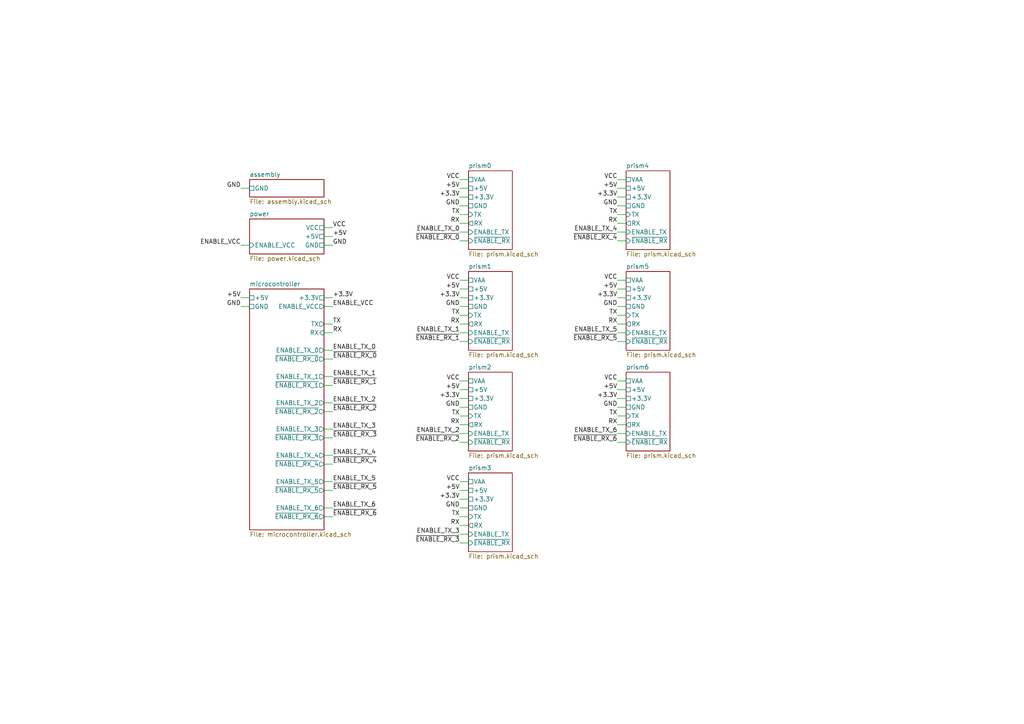
<source format=kicad_sch>
(kicad_sch (version 20230121) (generator eeschema)
  (paper "A4")
  (title_block (title "honeycomb-pcb") (date "2024-07-16") (rev "1.0") (company "Howard Hughes Medical Institute"))
  (lib_symbols)
  (wire (pts (xy 133.35 62.23) (xy 135.89 62.23)))
  (wire (pts (xy 179.07 120.65) (xy 181.61 120.65)))
  (wire (pts (xy 93.98 109.22) (xy 96.52 109.22)))
  (wire (pts (xy 179.07 93.98) (xy 181.61 93.98)))
  (wire (pts (xy 93.98 124.46) (xy 96.52 124.46)))
  (wire (pts (xy 179.07 57.15) (xy 181.61 57.15)))
  (wire (pts (xy 96.52 68.58) (xy 93.98 68.58)))
  (wire (pts (xy 93.98 132.08) (xy 96.52 132.08)))
  (wire (pts (xy 133.35 59.69) (xy 135.89 59.69)))
  (wire (pts (xy 133.35 110.49) (xy 135.89 110.49)))
  (wire (pts (xy 133.35 64.77) (xy 135.89 64.77)))
  (wire (pts (xy 179.07 118.11) (xy 181.61 118.11)))
  (wire (pts (xy 179.07 113.03) (xy 181.61 113.03)))
  (wire (pts (xy 133.35 123.19) (xy 135.89 123.19)))
  (wire (pts (xy 69.85 86.36) (xy 72.39 86.36)))
  (wire (pts (xy 93.98 149.86) (xy 96.52 149.86)))
  (wire (pts (xy 181.61 128.27) (xy 179.07 128.27)))
  (wire (pts (xy 179.07 52.07) (xy 181.61 52.07)))
  (wire (pts (xy 96.52 66.04) (xy 93.98 66.04)))
  (wire (pts (xy 133.35 139.7) (xy 135.89 139.7)))
  (wire (pts (xy 133.35 83.82) (xy 135.89 83.82)))
  (wire (pts (xy 133.35 113.03) (xy 135.89 113.03)))
  (wire (pts (xy 179.07 81.28) (xy 181.61 81.28)))
  (wire (pts (xy 133.35 54.61) (xy 135.89 54.61)))
  (wire (pts (xy 69.85 88.9) (xy 72.39 88.9)))
  (wire (pts (xy 93.98 142.24) (xy 96.52 142.24)))
  (wire (pts (xy 93.98 104.14) (xy 96.52 104.14)))
  (wire (pts (xy 96.52 96.52) (xy 93.98 96.52)))
  (wire (pts (xy 133.35 88.9) (xy 135.89 88.9)))
  (wire (pts (xy 69.85 54.61) (xy 72.39 54.61)))
  (wire (pts (xy 133.35 93.98) (xy 135.89 93.98)))
  (wire (pts (xy 93.98 119.38) (xy 96.52 119.38)))
  (wire (pts (xy 96.52 86.36) (xy 93.98 86.36)))
  (wire (pts (xy 181.61 67.31) (xy 179.07 67.31)))
  (wire (pts (xy 133.35 142.24) (xy 135.89 142.24)))
  (wire (pts (xy 179.07 83.82) (xy 181.61 83.82)))
  (wire (pts (xy 133.35 86.36) (xy 135.89 86.36)))
  (wire (pts (xy 133.35 147.32) (xy 135.89 147.32)))
  (wire (pts (xy 133.35 52.07) (xy 135.89 52.07)))
  (wire (pts (xy 133.35 81.28) (xy 135.89 81.28)))
  (wire (pts (xy 179.07 88.9) (xy 181.61 88.9)))
  (wire (pts (xy 135.89 67.31) (xy 133.35 67.31)))
  (wire (pts (xy 179.07 64.77) (xy 181.61 64.77)))
  (wire (pts (xy 93.98 139.7) (xy 96.52 139.7)))
  (wire (pts (xy 181.61 96.52) (xy 179.07 96.52)))
  (wire (pts (xy 93.98 116.84) (xy 96.52 116.84)))
  (wire (pts (xy 135.89 128.27) (xy 133.35 128.27)))
  (wire (pts (xy 135.89 96.52) (xy 133.35 96.52)))
  (wire (pts (xy 96.52 71.12) (xy 93.98 71.12)))
  (wire (pts (xy 93.98 101.6) (xy 96.52 101.6)))
  (wire (pts (xy 135.89 125.73) (xy 133.35 125.73)))
  (wire (pts (xy 179.07 110.49) (xy 181.61 110.49)))
  (wire (pts (xy 133.35 144.78) (xy 135.89 144.78)))
  (wire (pts (xy 93.98 134.62) (xy 96.52 134.62)))
  (wire (pts (xy 179.07 123.19) (xy 181.61 123.19)))
  (wire (pts (xy 179.07 62.23) (xy 181.61 62.23)))
  (wire (pts (xy 93.98 88.9) (xy 96.52 88.9)))
  (wire (pts (xy 179.07 86.36) (xy 181.61 86.36)))
  (wire (pts (xy 181.61 125.73) (xy 179.07 125.73)))
  (wire (pts (xy 133.35 57.15) (xy 135.89 57.15)))
  (wire (pts (xy 135.89 99.06) (xy 133.35 99.06)))
  (wire (pts (xy 133.35 120.65) (xy 135.89 120.65)))
  (wire (pts (xy 93.98 111.76) (xy 96.52 111.76)))
  (wire (pts (xy 133.35 91.44) (xy 135.89 91.44)))
  (wire (pts (xy 181.61 99.06) (xy 179.07 99.06)))
  (wire (pts (xy 135.89 154.94) (xy 133.35 154.94)))
  (wire (pts (xy 179.07 59.69) (xy 181.61 59.69)))
  (wire (pts (xy 133.35 149.86) (xy 135.89 149.86)))
  (wire (pts (xy 179.07 54.61) (xy 181.61 54.61)))
  (wire (pts (xy 93.98 127) (xy 96.52 127)))
  (wire (pts (xy 133.35 118.11) (xy 135.89 118.11)))
  (wire (pts (xy 133.35 152.4) (xy 135.89 152.4)))
  (wire (pts (xy 179.07 91.44) (xy 181.61 91.44)))
  (wire (pts (xy 96.52 93.98) (xy 93.98 93.98)))
  (wire (pts (xy 135.89 69.85) (xy 133.35 69.85)))
  (wire (pts (xy 179.07 115.57) (xy 181.61 115.57)))
  (wire (pts (xy 135.89 157.48) (xy 133.35 157.48)))
  (wire (pts (xy 181.61 69.85) (xy 179.07 69.85)))
  (wire (pts (xy 133.35 115.57) (xy 135.89 115.57)))
  (wire (pts (xy 93.98 147.32) (xy 96.52 147.32)))
  (wire (pts (xy 72.39 71.12) (xy 69.85 71.12)))
  (label "GND" (at 96.52 71.12 0))
  (label "VCC" (at 179.07 110.49 180))
  (label "ENABLE_TX_4" (at 179.07 67.31 180))
  (label "ENABLE_TX_2" (at 96.52 116.84 0))
  (label "TX" (at 133.35 62.23 180))
  (label "TX" (at 179.07 62.23 180))
  (label "GND" (at 133.35 147.32 180))
  (label "+3.3V" (at 133.35 144.78 180))
  (label "ENABLE_TX_1" (at 133.35 96.52 180))
  (label "GND" (at 133.35 118.11 180))
  (label "~{ENABLE_RX_0}" (at 96.52 104.14 0))
  (label "ENABLE_VCC" (at 96.52 88.9 0))
  (label "+5V" (at 133.35 83.82 180))
  (label "RX" (at 96.52 96.52 0))
  (label "~{ENABLE_RX_3}" (at 133.35 157.48 180))
  (label "TX" (at 96.52 93.98 0))
  (label "TX" (at 133.35 91.44 180))
  (label "~{ENABLE_RX_3}" (at 96.52 127 0))
  (label "+5V" (at 96.52 68.58 0))
  (label "~{ENABLE_RX_4}" (at 179.07 69.85 180))
  (label "RX" (at 133.35 93.98 180))
  (label "ENABLE_TX_4" (at 96.52 132.08 0))
  (label "~{ENABLE_RX_2}" (at 96.52 119.38 0))
  (label "RX" (at 179.07 123.19 180))
  (label "VCC" (at 133.35 110.49 180))
  (label "ENABLE_TX_5" (at 179.07 96.52 180))
  (label "GND" (at 133.35 59.69 180))
  (label "GND" (at 69.85 88.9 180))
  (label "GND" (at 179.07 88.9 180))
  (label "~{ENABLE_RX_2}" (at 133.35 128.27 180))
  (label "+3.3V" (at 133.35 86.36 180))
  (label "TX" (at 133.35 120.65 180))
  (label "RX" (at 133.35 123.19 180))
  (label "TX" (at 179.07 120.65 180))
  (label "ENABLE_TX_2" (at 133.35 125.73 180))
  (label "~{ENABLE_RX_4}" (at 96.52 134.62 0))
  (label "+5V" (at 133.35 142.24 180))
  (label "+5V" (at 179.07 54.61 180))
  (label "ENABLE_TX_6" (at 96.52 147.32 0))
  (label "GND" (at 179.07 118.11 180))
  (label "VCC" (at 179.07 52.07 180))
  (label "ENABLE_TX_3" (at 96.52 124.46 0))
  (label "~{ENABLE_RX_6}" (at 179.07 128.27 180))
  (label "TX" (at 179.07 91.44 180))
  (label "+5V" (at 69.85 86.36 180))
  (label "ENABLE_TX_6" (at 179.07 125.73 180))
  (label "ENABLE_TX_5" (at 96.52 139.7 0))
  (label "+5V" (at 179.07 113.03 180))
  (label "GND" (at 69.85 54.61 180))
  (label "ENABLE_TX_0" (at 133.35 67.31 180))
  (label "RX" (at 133.35 64.77 180))
  (label "RX" (at 133.35 152.4 180))
  (label "+3.3V" (at 96.52 86.36 0))
  (label "ENABLE_VCC" (at 69.85 71.12 180))
  (label "VCC" (at 133.35 52.07 180))
  (label "+3.3V" (at 179.07 57.15 180))
  (label "+3.3V" (at 179.07 86.36 180))
  (label "ENABLE_TX_3" (at 133.35 154.94 180))
  (label "GND" (at 133.35 88.9 180))
  (label "ENABLE_TX_1" (at 96.52 109.22 0))
  (label "~{ENABLE_RX_5}" (at 96.52 142.24 0))
  (label "ENABLE_TX_0" (at 96.52 101.6 0))
  (label "VCC" (at 133.35 81.28 180))
  (label "~{ENABLE_RX_1}" (at 96.52 111.76 0))
  (label "+3.3V" (at 133.35 57.15 180))
  (label "~{ENABLE_RX_5}" (at 179.07 99.06 180))
  (label "~{ENABLE_RX_6}" (at 96.52 149.86 0))
  (label "+3.3V" (at 133.35 115.57 180))
  (label "GND" (at 179.07 59.69 180))
  (label "+5V" (at 133.35 113.03 180))
  (label "~{ENABLE_RX_0}" (at 133.35 69.85 180))
  (label "+5V" (at 133.35 54.61 180))
  (label "+3.3V" (at 179.07 115.57 180))
  (label "TX" (at 133.35 149.86 180))
  (label "RX" (at 179.07 64.77 180))
  (label "~{ENABLE_RX_1}" (at 133.35 99.06 180))
  (label "+5V" (at 179.07 83.82 180))
  (label "VCC" (at 179.07 81.28 180))
  (label "RX" (at 179.07 93.98 180))
  (label "VCC" (at 133.35 139.7 180))
  (label "VCC" (at 96.52 66.04 0))
  (sheet (at 72.39 52.07) (size 21.59 5.08) (stroke (width 0.1524))
    (property "Sheetname" "assembly" (at 72.39 51.3584 0) (effects (justify left bottom)))
    (property "Sheetfile" "assembly.kicad_sch" (at 72.39 57.7346 0) (effects (justify left top)))
    (pin "GND" passive (at 72.39 54.61 180))
  )
  (sheet (at 135.89 49.53) (size 12.7 22.86) (stroke (width 0.1524))
    (property "Sheetname" "prism0" (at 135.89 48.8184 0) (effects (justify left bottom)))
    (property "Sheetfile" "prism.kicad_sch" (at 135.89 72.9746 0) (effects (justify left top)))
    (pin "GND" passive (at 135.89 59.69 180))
    (pin "VAA" passive (at 135.89 52.07 180))
    (pin "+5V" passive (at 135.89 54.61 180))
    (pin "+3.3V" passive (at 135.89 57.15 180))
    (pin "ENABLE_TX" input (at 135.89 67.31 180))
    (pin "~{ENABLE_RX}" input (at 135.89 69.85 180))
    (pin "RX" output (at 135.89 64.77 180))
    (pin "TX" input (at 135.89 62.23 180))
  )
  (sheet (at 181.61 78.74) (size 12.7 22.86) (stroke (width 0.1524))
    (property "Sheetname" "prism5" (at 181.61 78.0284 0) (effects (justify left bottom)))
    (property "Sheetfile" "prism.kicad_sch" (at 181.61 102.1846 0) (effects (justify left top)))
    (pin "GND" passive (at 181.61 88.9 180))
    (pin "VAA" passive (at 181.61 81.28 180))
    (pin "+5V" passive (at 181.61 83.82 180))
    (pin "+3.3V" passive (at 181.61 86.36 180))
    (pin "ENABLE_TX" input (at 181.61 96.52 180))
    (pin "~{ENABLE_RX}" input (at 181.61 99.06 180))
    (pin "RX" output (at 181.61 93.98 180))
    (pin "TX" input (at 181.61 91.44 180))
  )
  (sheet (at 181.61 107.95) (size 12.7 22.86) (stroke (width 0.1524))
    (property "Sheetname" "prism6" (at 181.61 107.2384 0) (effects (justify left bottom)))
    (property "Sheetfile" "prism.kicad_sch" (at 181.61 131.3946 0) (effects (justify left top)))
    (pin "GND" passive (at 181.61 118.11 180))
    (pin "VAA" passive (at 181.61 110.49 180))
    (pin "+5V" passive (at 181.61 113.03 180))
    (pin "+3.3V" passive (at 181.61 115.57 180))
    (pin "ENABLE_TX" input (at 181.61 125.73 180))
    (pin "~{ENABLE_RX}" input (at 181.61 128.27 180))
    (pin "RX" output (at 181.61 123.19 180))
    (pin "TX" input (at 181.61 120.65 180))
  )
  (sheet (at 72.39 83.82) (size 21.59 69.85) (stroke (width 0.1524))
    (property "Sheetname" "microcontroller" (at 72.39 83.1084 0) (effects (justify left bottom)))
    (property "Sheetfile" "microcontroller.kicad_sch" (at 72.39 154.2546 0) (effects (justify left top)))
    (pin "TX" output (at 93.98 93.98 0))
    (pin "RX" input (at 93.98 96.52 0))
    (pin "GND" passive (at 72.39 88.9 180))
    (pin "+5V" passive (at 72.39 86.36 180))
    (pin "+3.3V" passive (at 93.98 86.36 0))
    (pin "ENABLE_TX_0" output (at 93.98 101.6 0))
    (pin "~{ENABLE_RX_0}" output (at 93.98 104.14 0))
    (pin "ENABLE_TX_1" output (at 93.98 109.22 0))
    (pin "~{ENABLE_RX_1}" output (at 93.98 111.76 0))
    (pin "~{ENABLE_RX_6}" output (at 93.98 149.86 0))
    (pin "ENABLE_TX_6" output (at 93.98 147.32 0))
    (pin "ENABLE_TX_4" output (at 93.98 132.08 0))
    (pin "~{ENABLE_RX_3}" output (at 93.98 127 0))
    (pin "ENABLE_TX_5" output (at 93.98 139.7 0))
    (pin "~{ENABLE_RX_4}" output (at 93.98 134.62 0))
    (pin "ENABLE_TX_2" output (at 93.98 116.84 0))
    (pin "~{ENABLE_RX_2}" output (at 93.98 119.38 0))
    (pin "ENABLE_TX_3" output (at 93.98 124.46 0))
    (pin "~{ENABLE_RX_5}" output (at 93.98 142.24 0))
    (pin "ENABLE_VCC" output (at 93.98 88.9 0))
  )
  (sheet (at 135.89 107.95) (size 12.7 22.86) (stroke (width 0.1524))
    (property "Sheetname" "prism2" (at 135.89 107.2384 0) (effects (justify left bottom)))
    (property "Sheetfile" "prism.kicad_sch" (at 135.89 131.3946 0) (effects (justify left top)))
    (pin "GND" passive (at 135.89 118.11 180))
    (pin "VAA" passive (at 135.89 110.49 180))
    (pin "+5V" passive (at 135.89 113.03 180))
    (pin "+3.3V" passive (at 135.89 115.57 180))
    (pin "ENABLE_TX" input (at 135.89 125.73 180))
    (pin "~{ENABLE_RX}" input (at 135.89 128.27 180))
    (pin "RX" output (at 135.89 123.19 180))
    (pin "TX" input (at 135.89 120.65 180))
  )
  (sheet (at 135.89 78.74) (size 12.7 22.86) (stroke (width 0.1524))
    (property "Sheetname" "prism1" (at 135.89 78.0284 0) (effects (justify left bottom)))
    (property "Sheetfile" "prism.kicad_sch" (at 135.89 102.1846 0) (effects (justify left top)))
    (pin "GND" passive (at 135.89 88.9 180))
    (pin "VAA" passive (at 135.89 81.28 180))
    (pin "+5V" passive (at 135.89 83.82 180))
    (pin "+3.3V" passive (at 135.89 86.36 180))
    (pin "ENABLE_TX" input (at 135.89 96.52 180))
    (pin "~{ENABLE_RX}" input (at 135.89 99.06 180))
    (pin "RX" output (at 135.89 93.98 180))
    (pin "TX" input (at 135.89 91.44 180))
  )
  (sheet (at 181.61 49.53) (size 12.7 22.86) (stroke (width 0.1524))
    (property "Sheetname" "prism4" (at 181.61 48.8184 0) (effects (justify left bottom)))
    (property "Sheetfile" "prism.kicad_sch" (at 181.61 72.9746 0) (effects (justify left top)))
    (pin "GND" passive (at 181.61 59.69 180))
    (pin "VAA" passive (at 181.61 52.07 180))
    (pin "+5V" passive (at 181.61 54.61 180))
    (pin "+3.3V" passive (at 181.61 57.15 180))
    (pin "ENABLE_TX" input (at 181.61 67.31 180))
    (pin "~{ENABLE_RX}" input (at 181.61 69.85 180))
    (pin "RX" output (at 181.61 64.77 180))
    (pin "TX" input (at 181.61 62.23 180))
  )
  (sheet (at 72.39 63.5) (size 21.59 10.16) (stroke (width 0.1524))
    (property "Sheetname" "power" (at 72.39 62.7884 0) (effects (justify left bottom)))
    (property "Sheetfile" "power.kicad_sch" (at 72.39 74.2446 0) (effects (justify left top)))
    (pin "GND" passive (at 93.98 71.12 0))
    (pin "+5V" passive (at 93.98 68.58 0))
    (pin "ENABLE_VCC" input (at 72.39 71.12 180))
    (pin "VCC" passive (at 93.98 66.04 0))
  )
  (sheet (at 135.89 137.16) (size 12.7 22.86) (stroke (width 0.1524))
    (property "Sheetname" "prism3" (at 135.89 136.4484 0) (effects (justify left bottom)))
    (property "Sheetfile" "prism.kicad_sch" (at 135.89 160.6046 0) (effects (justify left top)))
    (pin "GND" passive (at 135.89 147.32 180))
    (pin "VAA" passive (at 135.89 139.7 180))
    (pin "+5V" passive (at 135.89 142.24 180))
    (pin "+3.3V" passive (at 135.89 144.78 180))
    (pin "ENABLE_TX" input (at 135.89 154.94 180))
    (pin "~{ENABLE_RX}" input (at 135.89 157.48 180))
    (pin "RX" output (at 135.89 152.4 180))
    (pin "TX" input (at 135.89 149.86 180))
  )
)
</source>
